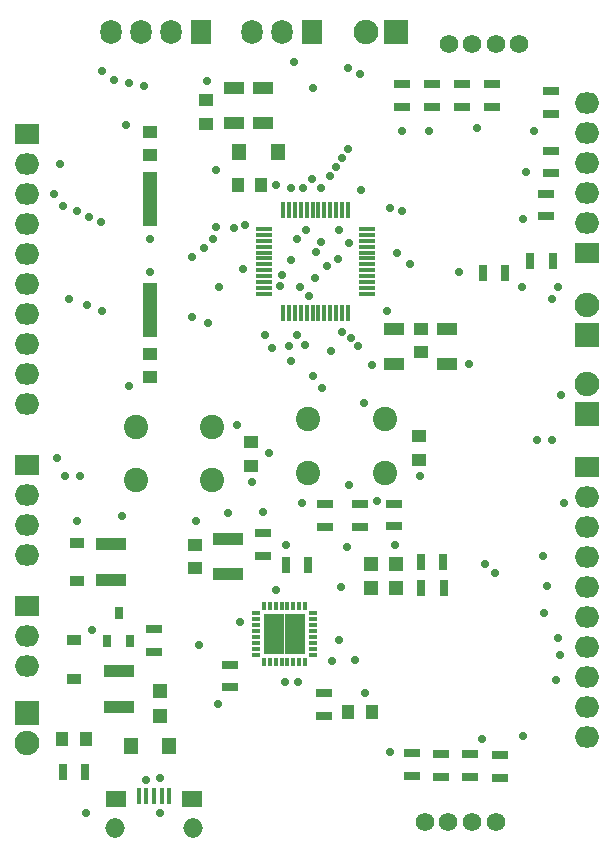
<source format=gts>
G04 #@! TF.FileFunction,Soldermask,Top*
%FSLAX46Y46*%
G04 Gerber Fmt 4.6, Leading zero omitted, Abs format (unit mm)*
G04 Created by KiCad (PCBNEW 4.0.1-stable) date 3/7/2016 10:06:05 PM*
%MOMM*%
G01*
G04 APERTURE LIST*
%ADD10C,0.100000*%
%ADD11R,1.060000X1.310000*%
%ADD12R,1.310000X1.060000*%
%ADD13R,2.560000X1.060000*%
%ADD14O,1.660000X1.660000*%
%ADD15R,0.460000X1.410000*%
%ADD16R,1.660000X1.460000*%
%ADD17R,1.258880X1.258880*%
%ADD18R,1.210620X1.459540*%
%ADD19R,2.092000X1.787200*%
%ADD20O,2.092000X1.787200*%
%ADD21R,1.787200X2.092000*%
%ADD22O,1.787200X2.092000*%
%ADD23R,2.092000X2.092000*%
%ADD24O,2.092000X2.092000*%
%ADD25C,1.560000*%
%ADD26R,1.360000X0.760000*%
%ADD27R,0.760000X1.360000*%
%ADD28R,1.360000X0.310000*%
%ADD29R,0.310000X1.360000*%
%ADD30R,0.760000X0.310000*%
%ADD31R,0.310000X0.760000*%
%ADD32R,1.785000X1.785000*%
%ADD33R,0.710000X1.110000*%
%ADD34C,2.060000*%
%ADD35R,1.260000X4.560000*%
%ADD36R,1.280000X0.970000*%
%ADD37R,1.660000X1.060000*%
%ADD38C,0.745800*%
G04 APERTURE END LIST*
D10*
D11*
X69326000Y-55372000D03*
X67326000Y-55372000D03*
D12*
X59944000Y-50816000D03*
X59944000Y-52816000D03*
X59944000Y-71612000D03*
X59944000Y-69612000D03*
D11*
X52500000Y-102250000D03*
X54500000Y-102250000D03*
D12*
X63700000Y-85780000D03*
X63700000Y-87780000D03*
D13*
X66550000Y-85280000D03*
X66550000Y-88280000D03*
D11*
X76720000Y-99940000D03*
X78720000Y-99940000D03*
D13*
X56600000Y-88750000D03*
X56600000Y-85750000D03*
X57250000Y-96500000D03*
X57250000Y-99500000D03*
D12*
X68450000Y-77110000D03*
X68450000Y-79110000D03*
X82690000Y-76610000D03*
X82690000Y-78610000D03*
D14*
X63550000Y-109750000D03*
X56950000Y-109750000D03*
D15*
X61550000Y-107075000D03*
X60900000Y-107075000D03*
X60250000Y-107075000D03*
X59600000Y-107075000D03*
X58950000Y-107075000D03*
D16*
X57050000Y-107300000D03*
X63450000Y-107300000D03*
D17*
X80729020Y-87400000D03*
X78630980Y-87400000D03*
X80729020Y-89460000D03*
X78630980Y-89460000D03*
D18*
X61525600Y-102820000D03*
X58274400Y-102820000D03*
X67462400Y-52578000D03*
X70713600Y-52578000D03*
D19*
X96930000Y-79200000D03*
D20*
X96930000Y-81740000D03*
X96930000Y-84280000D03*
X96930000Y-86820000D03*
X96930000Y-89360000D03*
X96930000Y-91900000D03*
X96930000Y-94440000D03*
X96930000Y-96980000D03*
X96930000Y-99520000D03*
X96930000Y-102060000D03*
D19*
X49500000Y-51000000D03*
D20*
X49500000Y-53540000D03*
X49500000Y-56080000D03*
X49500000Y-58620000D03*
X49500000Y-61160000D03*
X49500000Y-63700000D03*
X49500000Y-66240000D03*
X49500000Y-68780000D03*
X49500000Y-71320000D03*
X49500000Y-73860000D03*
D19*
X49500000Y-79000000D03*
D20*
X49500000Y-81540000D03*
X49500000Y-84080000D03*
X49500000Y-86620000D03*
D21*
X64250000Y-42418000D03*
D22*
X61710000Y-42418000D03*
X59170000Y-42418000D03*
X56630000Y-42418000D03*
D23*
X80772000Y-42418000D03*
D24*
X78232000Y-42418000D03*
D23*
X96930000Y-68020000D03*
D24*
X96930000Y-65480000D03*
D23*
X49500000Y-100000000D03*
D24*
X49500000Y-102540000D03*
D19*
X96930000Y-61110000D03*
D20*
X96930000Y-58570000D03*
X96930000Y-56030000D03*
X96930000Y-53490000D03*
X96930000Y-50950000D03*
X96930000Y-48410000D03*
D23*
X96930000Y-74730000D03*
D24*
X96930000Y-72190000D03*
D25*
X91190000Y-43360000D03*
X89190000Y-43360000D03*
X87190000Y-43360000D03*
X85190000Y-43360000D03*
X83180000Y-109230000D03*
X85180000Y-109230000D03*
X87180000Y-109230000D03*
X89180000Y-109230000D03*
D21*
X73660000Y-42418000D03*
D22*
X71120000Y-42418000D03*
X68580000Y-42418000D03*
D26*
X74710000Y-82370000D03*
X74710000Y-84270000D03*
X74610000Y-100270000D03*
X74610000Y-98370000D03*
D27*
X73330000Y-87540000D03*
X71430000Y-87540000D03*
D26*
X69460000Y-84830000D03*
X69460000Y-86730000D03*
X77730000Y-84270000D03*
X77730000Y-82370000D03*
X66720000Y-97850000D03*
X66720000Y-95950000D03*
X80610000Y-84210000D03*
X80610000Y-82310000D03*
D27*
X84740000Y-87280000D03*
X82840000Y-87280000D03*
X84800000Y-89460000D03*
X82900000Y-89460000D03*
X52550000Y-105000000D03*
X54450000Y-105000000D03*
X92130000Y-61800000D03*
X94030000Y-61800000D03*
D26*
X93880000Y-47400000D03*
X93880000Y-49300000D03*
X93840000Y-52430000D03*
X93840000Y-54330000D03*
X93460000Y-57950000D03*
X93460000Y-56050000D03*
D27*
X88080000Y-62740000D03*
X89980000Y-62740000D03*
D28*
X69580000Y-59050000D03*
X69580000Y-59550000D03*
X69580000Y-60050000D03*
X69580000Y-60550000D03*
X69580000Y-61050000D03*
X69580000Y-61550000D03*
X69580000Y-62050000D03*
X69580000Y-62550000D03*
X69580000Y-63050000D03*
X69580000Y-63550000D03*
X69580000Y-64050000D03*
X69580000Y-64550000D03*
D29*
X71180000Y-66150000D03*
X71680000Y-66150000D03*
X72180000Y-66150000D03*
X72680000Y-66150000D03*
X73180000Y-66150000D03*
X73680000Y-66150000D03*
X74180000Y-66150000D03*
X74680000Y-66150000D03*
X75180000Y-66150000D03*
X75680000Y-66150000D03*
X76180000Y-66150000D03*
X76680000Y-66150000D03*
D28*
X78280000Y-64550000D03*
X78280000Y-64050000D03*
X78280000Y-63550000D03*
X78280000Y-63050000D03*
X78280000Y-62550000D03*
X78280000Y-62050000D03*
X78280000Y-61550000D03*
X78280000Y-61050000D03*
X78280000Y-60550000D03*
X78280000Y-60050000D03*
X78280000Y-59550000D03*
X78280000Y-59050000D03*
D29*
X76680000Y-57450000D03*
X76180000Y-57450000D03*
X75680000Y-57450000D03*
X75180000Y-57450000D03*
X74680000Y-57450000D03*
X74180000Y-57450000D03*
X73680000Y-57450000D03*
X73180000Y-57450000D03*
X72680000Y-57450000D03*
X72180000Y-57450000D03*
X71680000Y-57450000D03*
X71180000Y-57450000D03*
D30*
X68900000Y-91600000D03*
X68900000Y-92100000D03*
X68900000Y-92600000D03*
X68900000Y-93100000D03*
X68900000Y-93600000D03*
X68900000Y-94100000D03*
X68900000Y-94600000D03*
X68900000Y-95100000D03*
D31*
X69550000Y-95750000D03*
X70050000Y-95750000D03*
X70550000Y-95750000D03*
X71050000Y-95750000D03*
X71550000Y-95750000D03*
X72050000Y-95750000D03*
X72550000Y-95750000D03*
X73050000Y-95750000D03*
D30*
X73700000Y-95100000D03*
X73700000Y-94600000D03*
X73700000Y-94100000D03*
X73700000Y-93600000D03*
X73700000Y-93100000D03*
X73700000Y-92600000D03*
X73700000Y-92100000D03*
X73700000Y-91600000D03*
D31*
X73050000Y-90950000D03*
X72550000Y-90950000D03*
X72050000Y-90950000D03*
X71550000Y-90950000D03*
X71050000Y-90950000D03*
X70550000Y-90950000D03*
X70050000Y-90950000D03*
X69550000Y-90950000D03*
D32*
X72162500Y-94212500D03*
X72162500Y-92487500D03*
X70437500Y-94212500D03*
X70437500Y-92487500D03*
D33*
X56300000Y-93900000D03*
X58200000Y-93900000D03*
X57250000Y-91600000D03*
D34*
X65200000Y-80340000D03*
X58700000Y-80340000D03*
X65200000Y-75840000D03*
X58700000Y-75840000D03*
X79790000Y-79680000D03*
X73290000Y-79680000D03*
X79790000Y-75180000D03*
X73290000Y-75180000D03*
D35*
X59944000Y-65904000D03*
X59944000Y-56524000D03*
D17*
X60750000Y-98200980D03*
X60750000Y-100299020D03*
D26*
X60290000Y-94860000D03*
X60290000Y-92960000D03*
X82080000Y-105330000D03*
X82080000Y-103430000D03*
X84540000Y-105440000D03*
X84540000Y-103540000D03*
X87000000Y-105440000D03*
X87000000Y-103540000D03*
X89510000Y-105500000D03*
X89510000Y-103600000D03*
X88900000Y-46802000D03*
X88900000Y-48702000D03*
X86360000Y-46802000D03*
X86360000Y-48702000D03*
X83820000Y-46802000D03*
X83820000Y-48702000D03*
X81280000Y-46802000D03*
X81280000Y-48702000D03*
D36*
X53500000Y-93865000D03*
X53500000Y-97135000D03*
X53700000Y-88885000D03*
X53700000Y-85615000D03*
D19*
X49500000Y-91000000D03*
D20*
X49500000Y-93540000D03*
X49500000Y-96080000D03*
D12*
X64650000Y-50150000D03*
X64650000Y-48150000D03*
D37*
X67000000Y-50100000D03*
X67000000Y-47100000D03*
X69450000Y-50100000D03*
X69450000Y-47100000D03*
D12*
X82850000Y-67500000D03*
X82850000Y-69500000D03*
D37*
X85100000Y-67500000D03*
X85100000Y-70500000D03*
X80550000Y-67500000D03*
X80550000Y-70500000D03*
D38*
X73700000Y-47150000D03*
X78750000Y-70550000D03*
X86900000Y-70500000D03*
X64700000Y-46500000D03*
X65532000Y-54102000D03*
X57550000Y-83350000D03*
X71400000Y-85800000D03*
X69450000Y-83000000D03*
X66550000Y-83100000D03*
X76200000Y-67818000D03*
X67818000Y-62484000D03*
X72162500Y-94212500D03*
X70437500Y-94212500D03*
X70437500Y-92487500D03*
X72162500Y-92487500D03*
X71882000Y-55626000D03*
X57912000Y-50292000D03*
X58166000Y-72390000D03*
X82804000Y-80010000D03*
X80264000Y-103378000D03*
X68580000Y-80518000D03*
X87630000Y-50546000D03*
X65660000Y-99240000D03*
X63820000Y-83740000D03*
X75300000Y-95660000D03*
X78080000Y-98380000D03*
X55020000Y-92990000D03*
X59944000Y-59944000D03*
X65278000Y-59944000D03*
X59944000Y-62738000D03*
X64516000Y-60706000D03*
X70000000Y-78000000D03*
X72750000Y-82250000D03*
X63500000Y-61468000D03*
X63500000Y-66548000D03*
X67310000Y-75692000D03*
X71882000Y-61722000D03*
X92456000Y-50800000D03*
X70900000Y-63900000D03*
X78050000Y-73750000D03*
X54500000Y-108500000D03*
X60750000Y-108500000D03*
X60800000Y-105540000D03*
X71310000Y-97440000D03*
X59590000Y-105690000D03*
X72480000Y-97410000D03*
X65786000Y-64008000D03*
X52070000Y-78486000D03*
X73750000Y-71500000D03*
X52750000Y-80000000D03*
X54000000Y-80000000D03*
X74500000Y-72500000D03*
X59436000Y-46990000D03*
X76708000Y-52324000D03*
X58166000Y-46736000D03*
X76200000Y-53086000D03*
X75692000Y-53848000D03*
X56896000Y-46482000D03*
X75184000Y-54610000D03*
X55880000Y-45720000D03*
X77724000Y-45974000D03*
X74422000Y-55626000D03*
X73660000Y-54864000D03*
X76708000Y-45466000D03*
X93980000Y-65024000D03*
X74422000Y-60198000D03*
X94488000Y-64008000D03*
X75946000Y-59182000D03*
X77750000Y-55750000D03*
X91500000Y-58250000D03*
X76750000Y-60250000D03*
X91750000Y-54250000D03*
X94742000Y-73152000D03*
X91440000Y-64008000D03*
X88000000Y-102250000D03*
X75850000Y-61600000D03*
X81250000Y-57500000D03*
X83500000Y-50750000D03*
X91500000Y-102000000D03*
X74000000Y-61000000D03*
X80250000Y-57250000D03*
X81250000Y-50750000D03*
X72898000Y-55626000D03*
X72136000Y-44958000D03*
X76080000Y-89330000D03*
X77270000Y-95570000D03*
X76630000Y-86010000D03*
X70600000Y-89650000D03*
X69650000Y-68000000D03*
X76800000Y-80750000D03*
X80700000Y-85840000D03*
X67500000Y-92290000D03*
X79150000Y-82050000D03*
X70250000Y-69150000D03*
X86106000Y-62738000D03*
X74930000Y-62230000D03*
X53750000Y-83800000D03*
X75940000Y-93860000D03*
X64050000Y-94300000D03*
X93980000Y-76962000D03*
X80010000Y-66040000D03*
X92710000Y-76962000D03*
X76962000Y-68326000D03*
X94996000Y-82296000D03*
X77500000Y-69000000D03*
X53750000Y-57500000D03*
X68000000Y-58750000D03*
X54750000Y-58000000D03*
X67000000Y-59000000D03*
X55750000Y-58500000D03*
X65532000Y-58928000D03*
X53086000Y-65024000D03*
X73914000Y-63246000D03*
X54610000Y-65532000D03*
X72644000Y-64008000D03*
X55880000Y-66040000D03*
X73406000Y-64770000D03*
X81900000Y-62000000D03*
X94300000Y-97200000D03*
X88300000Y-87450000D03*
X94650000Y-95150000D03*
X89150000Y-88200000D03*
X80800000Y-61100000D03*
X71850000Y-70200000D03*
X94450000Y-93650000D03*
X71700000Y-69000000D03*
X93300000Y-91550000D03*
X72350000Y-68050000D03*
X93500000Y-89250000D03*
X73000000Y-68850000D03*
X93200000Y-86750000D03*
X52300000Y-53550000D03*
X64800000Y-67050000D03*
X75200000Y-69350000D03*
X73152000Y-59182000D03*
X51816000Y-56134000D03*
X72390000Y-59944000D03*
X52578000Y-57150000D03*
X71120000Y-62992000D03*
X70612000Y-55372000D03*
M02*

</source>
